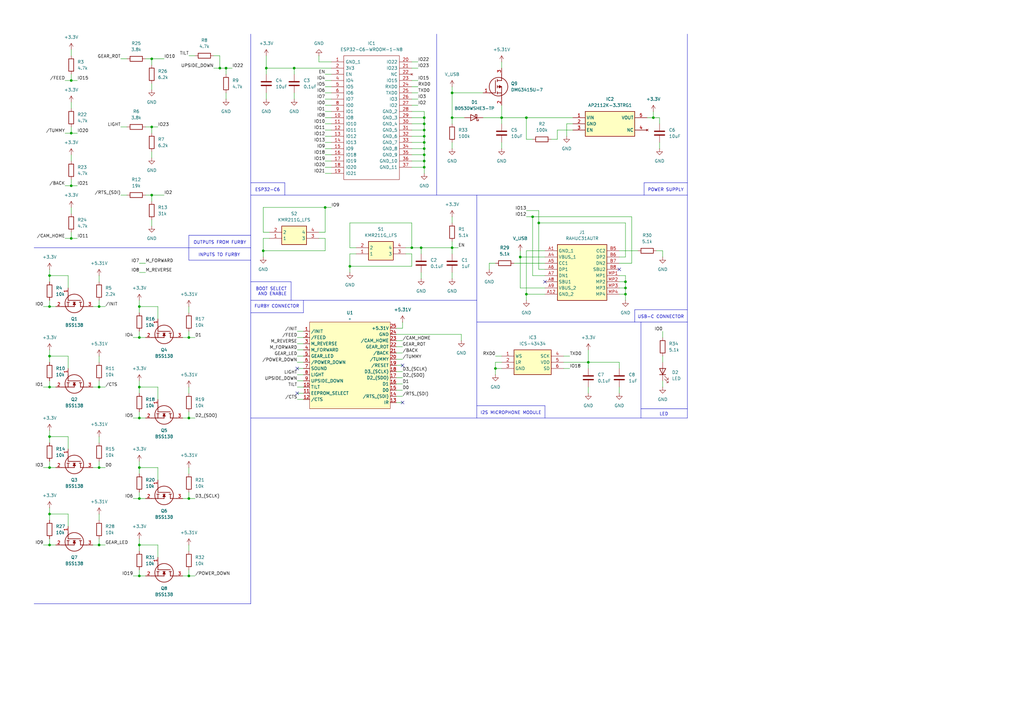
<source format=kicad_sch>
(kicad_sch (version 20250114) (generator "eeschema") (generator_version "9.0")
  (paper "A3")
  (text "I2S MICROPHONE MODULE" (at 209.55 169.418 0) (effects (font (size 1.27 1.27))))
  (text "FURBY CONNECTOR" (at 113.538 125.73 0) (effects (font (size 1.27 1.27))))
  (text "POWER SUPPLY" (at 273.05 77.978 0) (effects (font (size 1.27 1.27))))
  (text "LED" (at 272.288 169.926 0) (effects (font (size 1.27 1.27))))
  (text "INPUTS TO FURBY" (at 89.916 104.648 0) (effects (font (size 1.27 1.27))))
  (text "BOOT SELECT\n AND ENABLE" (at 111.252 119.634 0) (effects (font (size 1.27 1.27))))
  (text "ESP32-C6" (at 109.728 77.978 0) (effects (font (size 1.27 1.27))))
  (text "USB-C CONNECTOR" (at 271.018 130.048 0) (effects (font (size 1.27 1.27))))
  (text "OUTPUTS FROM FURBY" (at 90.17 99.568 0) (effects (font (size 1.27 1.27))))
  (junction (at 173.99 68.58))
  (junction (at 120.65 27.94))
  (junction (at 20.32 179.07))
  (junction (at 220.98 91.44))
  (junction (at 57.15 236.22))
  (junction (at 20.32 125.73))
  (junction (at 256.54 118.11))
  (junction (at 143.51 109.22))
  (junction (at 40.64 191.77))
  (junction (at 29.21 54.61))
  (junction (at 40.64 158.75))
  (junction (at 173.99 53.34))
  (junction (at 173.99 60.96))
  (junction (at 29.21 76.2))
  (junction (at 173.99 50.8))
  (junction (at 203.2 151.13))
  (junction (at 109.22 27.94))
  (junction (at 267.97 48.26))
  (junction (at 20.32 158.75))
  (junction (at 57.15 125.73))
  (junction (at 57.15 223.52))
  (junction (at 133.35 85.09))
  (junction (at 77.47 138.43))
  (junction (at 215.9 120.65))
  (junction (at 173.99 55.88))
  (junction (at 62.23 24.13))
  (junction (at 62.23 52.07))
  (junction (at 20.32 210.82))
  (junction (at 57.15 171.45))
  (junction (at 77.47 171.45))
  (junction (at 20.32 223.52))
  (junction (at 57.15 191.77))
  (junction (at 173.99 63.5))
  (junction (at 57.15 158.75))
  (junction (at 29.21 33.02))
  (junction (at 57.15 204.47))
  (junction (at 29.21 97.79))
  (junction (at 215.9 48.26))
  (junction (at 90.17 27.94))
  (junction (at 92.71 27.94))
  (junction (at 185.42 101.6))
  (junction (at 62.23 80.01))
  (junction (at 205.74 48.26))
  (junction (at 40.64 125.73))
  (junction (at 77.47 236.22))
  (junction (at 218.44 88.9))
  (junction (at 20.32 113.03))
  (junction (at 77.47 204.47))
  (junction (at 241.3 148.59))
  (junction (at 173.99 48.26))
  (junction (at 173.99 66.04))
  (junction (at 107.95 102.87))
  (junction (at 173.99 58.42))
  (junction (at 185.42 48.26))
  (junction (at 57.15 138.43))
  (junction (at 256.54 115.57))
  (junction (at 185.42 38.1))
  (junction (at 168.91 101.6))
  (junction (at 20.32 146.05))
  (junction (at 256.54 120.65))
  (junction (at 213.36 105.41))
  (junction (at 172.72 101.6))
  (junction (at 20.32 191.77))
  (junction (at 40.64 223.52))
  (no_connect (at 165.1 149.86))
  (no_connect (at 254 110.49))
  (no_connect (at 165.1 165.1))
  (no_connect (at 223.52 115.57))
  (no_connect (at 121.92 151.13))
  (no_connect (at 121.92 161.29))
  (wire (pts (xy 17.78 223.52) (xy 20.32 223.52)))
  (wire (pts (xy 40.64 113.03) (xy 40.64 115.57)))
  (wire (pts (xy 256.54 118.11) (xy 256.54 115.57)))
  (wire (pts (xy 133.35 85.09) (xy 133.35 95.25)))
  (wire (pts (xy 120.65 27.94) (xy 135.89 27.94)))
  (wire (pts (xy 17.78 158.75) (xy 20.32 158.75)))
  (wire (pts (xy 26.67 54.61) (xy 29.21 54.61)))
  (polyline (pts (xy 195.58 80.01) (xy 195.58 171.45)))
  (polyline (pts (xy 195.58 132.08) (xy 281.94 132.08)))
  (wire (pts (xy 168.91 68.58) (xy 173.99 68.58)))
  (wire (pts (xy 121.92 161.29) (xy 124.46 161.29)))
  (wire (pts (xy 57.15 156.21) (xy 57.15 158.75)))
  (wire (pts (xy 20.32 179.07) (xy 27.94 179.07)))
  (wire (pts (xy 133.35 48.26) (xy 135.89 48.26)))
  (wire (pts (xy 223.52 110.49) (xy 220.98 110.49)))
  (wire (pts (xy 189.23 137.16) (xy 189.23 139.7)))
  (wire (pts (xy 17.78 125.73) (xy 20.32 125.73)))
  (wire (pts (xy 57.15 168.91) (xy 57.15 171.45)))
  (wire (pts (xy 77.47 125.73) (xy 77.47 128.27)))
  (wire (pts (xy 57.15 123.19) (xy 57.15 125.73)))
  (wire (pts (xy 107.95 102.87) (xy 133.35 102.87)))
  (wire (pts (xy 203.2 151.13) (xy 203.2 153.67)))
  (wire (pts (xy 109.22 27.94) (xy 109.22 30.48)))
  (wire (pts (xy 57.15 125.73) (xy 57.15 128.27)))
  (wire (pts (xy 40.64 146.05) (xy 40.64 148.59)))
  (wire (pts (xy 168.91 43.18) (xy 171.45 43.18)))
  (wire (pts (xy 77.47 223.52) (xy 77.47 226.06)))
  (wire (pts (xy 168.91 33.02) (xy 171.45 33.02)))
  (wire (pts (xy 57.15 220.98) (xy 57.15 223.52)))
  (wire (pts (xy 74.93 138.43) (xy 77.47 138.43)))
  (wire (pts (xy 20.32 189.23) (xy 20.32 191.77)))
  (wire (pts (xy 241.3 148.59) (xy 254 148.59)))
  (wire (pts (xy 40.64 125.73) (xy 43.18 125.73)))
  (wire (pts (xy 90.17 27.94) (xy 92.71 27.94)))
  (wire (pts (xy 162.56 134.62) (xy 165.1 134.62)))
  (wire (pts (xy 57.15 223.52) (xy 57.15 226.06)))
  (wire (pts (xy 29.21 97.79) (xy 31.75 97.79)))
  (wire (pts (xy 223.52 102.87) (xy 215.9 102.87)))
  (wire (pts (xy 231.14 148.59) (xy 241.3 148.59)))
  (wire (pts (xy 109.22 27.94) (xy 109.22 22.86)))
  (wire (pts (xy 40.64 123.19) (xy 40.64 125.73)))
  (wire (pts (xy 77.47 201.93) (xy 77.47 204.47)))
  (wire (pts (xy 26.67 76.2) (xy 29.21 76.2)))
  (wire (pts (xy 241.3 148.59) (xy 241.3 143.51)))
  (wire (pts (xy 77.47 191.77) (xy 77.47 194.31)))
  (wire (pts (xy 168.91 53.34) (xy 173.99 53.34)))
  (wire (pts (xy 26.67 33.02) (xy 29.21 33.02)))
  (wire (pts (xy 172.72 111.76) (xy 172.72 114.3)))
  (wire (pts (xy 173.99 55.88) (xy 173.99 58.42)))
  (wire (pts (xy 54.61 138.43) (xy 57.15 138.43)))
  (wire (pts (xy 173.99 66.04) (xy 173.99 68.58)))
  (wire (pts (xy 77.47 233.68) (xy 77.47 236.22)))
  (polyline (pts (xy 77.47 96.52) (xy 102.87 96.52)))
  (wire (pts (xy 133.35 50.8) (xy 135.89 50.8)))
  (wire (pts (xy 271.78 102.87) (xy 271.78 105.41)))
  (wire (pts (xy 133.35 53.34) (xy 135.89 53.34)))
  (wire (pts (xy 271.78 146.05) (xy 271.78 148.59)))
  (wire (pts (xy 185.42 101.6) (xy 185.42 104.14)))
  (wire (pts (xy 40.64 191.77) (xy 43.18 191.77)))
  (wire (pts (xy 57.15 158.75) (xy 57.15 161.29)))
  (wire (pts (xy 234.95 50.8) (xy 232.41 50.8)))
  (wire (pts (xy 38.1 158.75) (xy 40.64 158.75)))
  (wire (pts (xy 40.64 220.98) (xy 40.64 223.52)))
  (wire (pts (xy 57.15 171.45) (xy 59.69 171.45)))
  (wire (pts (xy 40.64 210.82) (xy 40.64 213.36)))
  (wire (pts (xy 121.92 156.21) (xy 124.46 156.21)))
  (wire (pts (xy 234.95 53.34) (xy 228.6 53.34)))
  (wire (pts (xy 59.69 52.07) (xy 62.23 52.07)))
  (wire (pts (xy 143.51 104.14) (xy 146.05 104.14)))
  (polyline (pts (xy 102.87 74.93) (xy 116.84 74.93)))
  (wire (pts (xy 57.15 236.22) (xy 59.69 236.22)))
  (wire (pts (xy 173.99 68.58) (xy 173.99 71.12)))
  (wire (pts (xy 133.35 38.1) (xy 135.89 38.1)))
  (polyline (pts (xy 262.89 167.64) (xy 281.94 167.64)))
  (wire (pts (xy 254 158.75) (xy 254 161.29)))
  (wire (pts (xy 54.61 171.45) (xy 57.15 171.45)))
  (wire (pts (xy 205.74 58.42) (xy 205.74 60.96)))
  (wire (pts (xy 215.9 48.26) (xy 205.74 48.26)))
  (wire (pts (xy 107.95 97.79) (xy 110.49 97.79)))
  (wire (pts (xy 254 113.03) (xy 256.54 113.03)))
  (wire (pts (xy 62.23 52.07) (xy 64.77 52.07)))
  (wire (pts (xy 205.74 43.18) (xy 205.74 48.26)))
  (wire (pts (xy 27.94 113.03) (xy 27.94 118.11)))
  (wire (pts (xy 185.42 88.9) (xy 185.42 91.44)))
  (wire (pts (xy 241.3 158.75) (xy 241.3 161.29)))
  (wire (pts (xy 77.47 204.47) (xy 80.01 204.47)))
  (wire (pts (xy 20.32 110.49) (xy 20.32 113.03)))
  (wire (pts (xy 20.32 156.21) (xy 20.32 158.75)))
  (wire (pts (xy 231.14 151.13) (xy 233.68 151.13)))
  (wire (pts (xy 168.91 35.56) (xy 171.45 35.56)))
  (wire (pts (xy 168.91 27.94) (xy 171.45 27.94)))
  (wire (pts (xy 29.21 33.02) (xy 31.75 33.02)))
  (wire (pts (xy 20.32 158.75) (xy 22.86 158.75)))
  (wire (pts (xy 62.23 24.13) (xy 67.31 24.13)))
  (polyline (pts (xy 102.87 101.6) (xy 102.87 247.65)))
  (polyline (pts (xy 13.97 101.6) (xy 102.87 101.6)))
  (wire (pts (xy 57.15 204.47) (xy 59.69 204.47)))
  (wire (pts (xy 77.47 168.91) (xy 77.47 171.45)))
  (wire (pts (xy 172.72 101.6) (xy 172.72 104.14)))
  (wire (pts (xy 185.42 38.1) (xy 185.42 48.26)))
  (wire (pts (xy 173.99 63.5) (xy 173.99 66.04)))
  (wire (pts (xy 254 102.87) (xy 261.62 102.87)))
  (wire (pts (xy 20.32 123.19) (xy 20.32 125.73)))
  (wire (pts (xy 64.77 158.75) (xy 64.77 163.83)))
  (wire (pts (xy 200.66 107.95) (xy 200.66 110.49)))
  (wire (pts (xy 133.35 68.58) (xy 135.89 68.58)))
  (wire (pts (xy 109.22 27.94) (xy 120.65 27.94)))
  (wire (pts (xy 20.32 208.28) (xy 20.32 210.82)))
  (wire (pts (xy 64.77 125.73) (xy 64.77 130.81)))
  (wire (pts (xy 185.42 101.6) (xy 172.72 101.6)))
  (wire (pts (xy 26.67 97.79) (xy 29.21 97.79)))
  (polyline (pts (xy 223.52 166.37) (xy 223.52 171.45)))
  (wire (pts (xy 162.56 137.16) (xy 189.23 137.16)))
  (wire (pts (xy 29.21 76.2) (xy 31.75 76.2)))
  (polyline (pts (xy 264.16 74.93) (xy 281.94 74.93)))
  (wire (pts (xy 20.32 210.82) (xy 27.94 210.82)))
  (wire (pts (xy 215.9 48.26) (xy 234.95 48.26)))
  (wire (pts (xy 62.23 62.23) (xy 62.23 64.77)))
  (wire (pts (xy 57.15 223.52) (xy 64.77 223.52)))
  (wire (pts (xy 259.08 88.9) (xy 259.08 107.95)))
  (wire (pts (xy 205.74 48.26) (xy 205.74 50.8)))
  (polyline (pts (xy 260.35 127) (xy 281.94 127)))
  (wire (pts (xy 215.9 102.87) (xy 215.9 120.65)))
  (wire (pts (xy 162.56 157.48) (xy 165.1 157.48)))
  (wire (pts (xy 54.61 236.22) (xy 57.15 236.22)))
  (wire (pts (xy 130.81 25.4) (xy 130.81 22.86)))
  (wire (pts (xy 49.53 80.01) (xy 52.07 80.01)))
  (wire (pts (xy 74.93 236.22) (xy 77.47 236.22)))
  (wire (pts (xy 49.53 52.07) (xy 52.07 52.07)))
  (polyline (pts (xy 195.58 166.37) (xy 223.52 166.37)))
  (wire (pts (xy 133.35 66.04) (xy 135.89 66.04)))
  (wire (pts (xy 213.36 118.11) (xy 213.36 105.41)))
  (wire (pts (xy 59.69 107.95) (xy 57.15 107.95)))
  (wire (pts (xy 57.15 135.89) (xy 57.15 138.43)))
  (wire (pts (xy 121.92 153.67) (xy 124.46 153.67)))
  (wire (pts (xy 220.98 110.49) (xy 220.98 91.44)))
  (wire (pts (xy 133.35 71.12) (xy 135.89 71.12)))
  (polyline (pts (xy 119.38 115.57) (xy 119.38 123.19)))
  (wire (pts (xy 267.97 48.26) (xy 270.51 48.26)))
  (wire (pts (xy 109.22 38.1) (xy 109.22 40.64)))
  (wire (pts (xy 220.98 91.44) (xy 256.54 91.44)))
  (wire (pts (xy 205.74 148.59) (xy 203.2 148.59)))
  (wire (pts (xy 54.61 204.47) (xy 57.15 204.47)))
  (wire (pts (xy 256.54 91.44) (xy 256.54 105.41)))
  (wire (pts (xy 267.97 48.26) (xy 267.97 45.72)))
  (wire (pts (xy 87.63 27.94) (xy 90.17 27.94)))
  (wire (pts (xy 173.99 48.26) (xy 173.99 50.8)))
  (wire (pts (xy 77.47 22.86) (xy 80.01 22.86)))
  (wire (pts (xy 168.91 25.4) (xy 171.45 25.4)))
  (wire (pts (xy 29.21 85.09) (xy 29.21 87.63)))
  (wire (pts (xy 20.32 223.52) (xy 22.86 223.52)))
  (wire (pts (xy 143.51 91.44) (xy 168.91 91.44)))
  (wire (pts (xy 38.1 223.52) (xy 40.64 223.52)))
  (polyline (pts (xy 77.47 96.52) (xy 77.47 106.68)))
  (wire (pts (xy 231.14 146.05) (xy 233.68 146.05)))
  (wire (pts (xy 162.56 165.1) (xy 165.1 165.1)))
  (wire (pts (xy 40.64 189.23) (xy 40.64 191.77)))
  (wire (pts (xy 90.17 22.86) (xy 90.17 27.94)))
  (wire (pts (xy 59.69 111.76) (xy 57.15 111.76)))
  (wire (pts (xy 215.9 57.15) (xy 218.44 57.15)))
  (wire (pts (xy 256.54 120.65) (xy 256.54 123.19)))
  (wire (pts (xy 143.51 109.22) (xy 143.51 111.76)))
  (wire (pts (xy 168.91 45.72) (xy 173.99 45.72)))
  (polyline (pts (xy 262.89 132.08) (xy 262.89 171.45)))
  (wire (pts (xy 121.92 135.89) (xy 124.46 135.89)))
  (wire (pts (xy 254 120.65) (xy 256.54 120.65)))
  (wire (pts (xy 121.92 143.51) (xy 124.46 143.51)))
  (wire (pts (xy 40.64 158.75) (xy 43.18 158.75)))
  (wire (pts (xy 27.94 179.07) (xy 27.94 184.15)))
  (wire (pts (xy 121.92 140.97) (xy 124.46 140.97)))
  (wire (pts (xy 173.99 53.34) (xy 173.99 55.88)))
  (wire (pts (xy 133.35 85.09) (xy 135.89 85.09)))
  (wire (pts (xy 133.35 60.96) (xy 135.89 60.96)))
  (wire (pts (xy 62.23 52.07) (xy 62.23 54.61)))
  (polyline (pts (xy 102.87 80.01) (xy 281.94 80.01)))
  (wire (pts (xy 270.51 58.42) (xy 270.51 60.96)))
  (wire (pts (xy 259.08 107.95) (xy 254 107.95)))
  (wire (pts (xy 59.69 80.01) (xy 62.23 80.01)))
  (wire (pts (xy 168.91 48.26) (xy 173.99 48.26)))
  (wire (pts (xy 77.47 171.45) (xy 80.01 171.45)))
  (polyline (pts (xy 102.87 115.57) (xy 119.38 115.57)))
  (wire (pts (xy 107.95 102.87) (xy 107.95 97.79)))
  (wire (pts (xy 40.64 179.07) (xy 40.64 181.61)))
  (wire (pts (xy 121.92 138.43) (xy 124.46 138.43)))
  (wire (pts (xy 271.78 135.89) (xy 271.78 138.43)))
  (wire (pts (xy 62.23 34.29) (xy 62.23 36.83)))
  (wire (pts (xy 168.91 63.5) (xy 173.99 63.5)))
  (wire (pts (xy 121.92 151.13) (xy 124.46 151.13)))
  (wire (pts (xy 254 118.11) (xy 256.54 118.11)))
  (wire (pts (xy 143.51 91.44) (xy 143.51 101.6)))
  (polyline (pts (xy 13.97 247.65) (xy 102.87 247.65)))
  (wire (pts (xy 256.54 105.41) (xy 254 105.41)))
  (wire (pts (xy 20.32 220.98) (xy 20.32 223.52)))
  (wire (pts (xy 168.91 104.14) (xy 166.37 104.14)))
  (wire (pts (xy 29.21 52.07) (xy 29.21 54.61)))
  (wire (pts (xy 215.9 120.65) (xy 223.52 120.65)))
  (wire (pts (xy 168.91 101.6) (xy 166.37 101.6)))
  (wire (pts (xy 143.51 109.22) (xy 143.51 104.14)))
  (wire (pts (xy 20.32 113.03) (xy 27.94 113.03)))
  (wire (pts (xy 20.32 113.03) (xy 20.32 115.57)))
  (wire (pts (xy 92.71 27.94) (xy 95.25 27.94)))
  (wire (pts (xy 162.56 139.7) (xy 165.1 139.7)))
  (wire (pts (xy 203.2 146.05) (xy 205.74 146.05)))
  (wire (pts (xy 226.06 57.15) (xy 228.6 57.15)))
  (polyline (pts (xy 116.84 74.93) (xy 116.84 80.01)))
  (wire (pts (xy 57.15 191.77) (xy 64.77 191.77)))
  (wire (pts (xy 92.71 27.94) (xy 92.71 30.48)))
  (wire (pts (xy 254 151.13) (xy 254 148.59)))
  (wire (pts (xy 173.99 45.72) (xy 173.99 48.26)))
  (wire (pts (xy 20.32 125.73) (xy 22.86 125.73)))
  (wire (pts (xy 133.35 35.56) (xy 135.89 35.56)))
  (wire (pts (xy 17.78 191.77) (xy 20.32 191.77)))
  (wire (pts (xy 187.96 101.6) (xy 185.42 101.6)))
  (wire (pts (xy 162.56 162.56) (xy 165.1 162.56)))
  (wire (pts (xy 133.35 55.88) (xy 135.89 55.88)))
  (polyline (pts (xy 179.07 13.97) (xy 179.07 80.01)))
  (wire (pts (xy 27.94 146.05) (xy 27.94 151.13)))
  (wire (pts (xy 107.95 102.87) (xy 107.95 105.41)))
  (wire (pts (xy 256.54 115.57) (xy 254 115.57)))
  (wire (pts (xy 133.35 40.64) (xy 135.89 40.64)))
  (wire (pts (xy 168.91 109.22) (xy 168.91 104.14)))
  (polyline (pts (xy 102.87 123.19) (xy 195.58 123.19)))
  (wire (pts (xy 133.35 97.79) (xy 130.81 97.79)))
  (wire (pts (xy 20.32 146.05) (xy 20.32 148.59)))
  (wire (pts (xy 29.21 63.5) (xy 29.21 66.04)))
  (wire (pts (xy 223.52 118.11) (xy 213.36 118.11)))
  (wire (pts (xy 133.35 63.5) (xy 135.89 63.5)))
  (wire (pts (xy 29.21 54.61) (xy 31.75 54.61)))
  (wire (pts (xy 198.12 48.26) (xy 205.74 48.26)))
  (wire (pts (xy 185.42 111.76) (xy 185.42 114.3)))
  (wire (pts (xy 173.99 50.8) (xy 173.99 53.34)))
  (polyline (pts (xy 260.35 127) (xy 260.35 132.08)))
  (wire (pts (xy 20.32 143.51) (xy 20.32 146.05)))
  (wire (pts (xy 40.64 223.52) (xy 43.18 223.52)))
  (wire (pts (xy 121.92 163.83) (xy 124.46 163.83)))
  (wire (pts (xy 162.56 149.86) (xy 165.1 149.86)))
  (wire (pts (xy 162.56 152.4) (xy 165.1 152.4)))
  (wire (pts (xy 133.35 58.42) (xy 135.89 58.42)))
  (wire (pts (xy 92.71 38.1) (xy 92.71 40.64)))
  (wire (pts (xy 87.63 22.86) (xy 90.17 22.86)))
  (wire (pts (xy 107.95 85.09) (xy 107.95 95.25)))
  (wire (pts (xy 210.82 107.95) (xy 223.52 107.95)))
  (wire (pts (xy 62.23 80.01) (xy 62.23 82.55)))
  (wire (pts (xy 121.92 148.59) (xy 124.46 148.59)))
  (wire (pts (xy 133.35 30.48) (xy 135.89 30.48)))
  (wire (pts (xy 29.21 95.25) (xy 29.21 97.79)))
  (wire (pts (xy 168.91 55.88) (xy 173.99 55.88)))
  (wire (pts (xy 265.43 48.26) (xy 267.97 48.26)))
  (wire (pts (xy 241.3 148.59) (xy 241.3 151.13)))
  (wire (pts (xy 20.32 191.77) (xy 22.86 191.77)))
  (wire (pts (xy 215.9 120.65) (xy 215.9 123.19)))
  (wire (pts (xy 256.54 113.03) (xy 256.54 115.57)))
  (wire (pts (xy 173.99 60.96) (xy 173.99 63.5)))
  (wire (pts (xy 168.91 91.44) (xy 168.91 101.6)))
  (wire (pts (xy 185.42 48.26) (xy 190.5 48.26)))
  (wire (pts (xy 62.23 90.17) (xy 62.23 92.71)))
  (wire (pts (xy 121.92 158.75) (xy 124.46 158.75)))
  (wire (pts (xy 40.64 156.21) (xy 40.64 158.75)))
  (wire (pts (xy 185.42 58.42) (xy 185.42 60.96)))
  (wire (pts (xy 57.15 233.68) (xy 57.15 236.22)))
  (wire (pts (xy 218.44 113.03) (xy 218.44 88.9)))
  (wire (pts (xy 20.32 210.82) (xy 20.32 213.36)))
  (wire (pts (xy 185.42 101.6) (xy 185.42 99.06)))
  (wire (pts (xy 215.9 88.9) (xy 218.44 88.9)))
  (wire (pts (xy 205.74 25.4) (xy 205.74 27.94)))
  (wire (pts (xy 143.51 109.22) (xy 168.91 109.22)))
  (wire (pts (xy 168.91 40.64) (xy 171.45 40.64)))
  (wire (pts (xy 223.52 113.03) (xy 218.44 113.03)))
  (wire (pts (xy 27.94 210.82) (xy 27.94 215.9)))
  (polyline (pts (xy 102.87 171.45) (xy 281.94 171.45)))
  (wire (pts (xy 143.51 101.6) (xy 146.05 101.6)))
  (wire (pts (xy 168.91 58.42) (xy 173.99 58.42)))
  (wire (pts (xy 185.42 48.26) (xy 185.42 50.8)))
  (wire (pts (xy 162.56 147.32) (xy 165.1 147.32)))
  (wire (pts (xy 133.35 102.87) (xy 133.35 97.79)))
  (wire (pts (xy 218.44 88.9) (xy 259.08 88.9)))
  (wire (pts (xy 228.6 53.34) (xy 228.6 57.15)))
  (wire (pts (xy 130.81 25.4) (xy 135.89 25.4)))
  (wire (pts (xy 198.12 38.1) (xy 185.42 38.1)))
  (wire (pts (xy 162.56 142.24) (xy 165.1 142.24)))
  (wire (pts (xy 29.21 20.32) (xy 29.21 22.86)))
  (polyline (pts (xy 102.87 13.97) (xy 102.87 101.6)))
  (wire (pts (xy 270.51 48.26) (xy 270.51 50.8)))
  (wire (pts (xy 165.1 134.62) (xy 165.1 132.08)))
  (wire (pts (xy 38.1 125.73) (xy 40.64 125.73)))
  (wire (pts (xy 133.35 45.72) (xy 135.89 45.72)))
  (wire (pts (xy 49.53 24.13) (xy 52.07 24.13)))
  (wire (pts (xy 120.65 27.94) (xy 120.65 30.48)))
  (wire (pts (xy 57.15 189.23) (xy 57.15 191.77)))
  (wire (pts (xy 269.24 102.87) (xy 271.78 102.87)))
  (wire (pts (xy 120.65 38.1) (xy 120.65 40.64)))
  (wire (pts (xy 203.2 107.95) (xy 200.66 107.95)))
  (wire (pts (xy 20.32 146.05) (xy 27.94 146.05)))
  (wire (pts (xy 213.36 105.41) (xy 223.52 105.41)))
  (wire (pts (xy 77.47 135.89) (xy 77.47 138.43)))
  (wire (pts (xy 168.91 66.04) (xy 173.99 66.04)))
  (wire (pts (xy 215.9 48.26) (xy 215.9 57.15)))
  (wire (pts (xy 77.47 138.43) (xy 80.01 138.43)))
  (polyline (pts (xy 264.16 74.93) (xy 264.16 80.01)))
  (wire (pts (xy 77.47 236.22) (xy 80.01 236.22)))
  (wire (pts (xy 203.2 148.59) (xy 203.2 151.13)))
  (polyline (pts (xy 281.94 13.97) (xy 281.94 171.45)))
  (wire (pts (xy 29.21 30.48) (xy 29.21 33.02)))
  (wire (pts (xy 20.32 176.53) (xy 20.32 179.07)))
  (polyline (pts (xy 77.47 106.68) (xy 102.87 106.68)))
  (wire (pts (xy 215.9 86.36) (xy 220.98 86.36)))
  (wire (pts (xy 38.1 191.77) (xy 40.64 191.77)))
  (wire (pts (xy 64.77 223.52) (xy 64.77 228.6)))
  (wire (pts (xy 57.15 158.75) (xy 64.77 158.75)))
  (wire (pts (xy 168.91 38.1) (xy 171.45 38.1)))
  (wire (pts (xy 256.54 120.65) (xy 256.54 118.11)))
  (wire (pts (xy 162.56 160.02) (xy 165.1 160.02)))
  (polyline (pts (xy 102.87 128.27) (xy 124.46 128.27)))
  (wire (pts (xy 271.78 156.21) (xy 271.78 158.75)))
  (wire (pts (xy 20.32 179.07) (xy 20.32 181.61)))
  (wire (pts (xy 168.91 101.6) (xy 172.72 101.6)))
  (wire (pts (xy 107.95 95.25) (xy 110.49 95.25)))
  (wire (pts (xy 133.35 43.18) (xy 135.89 43.18)))
  (wire (pts (xy 74.93 204.47) (xy 77.47 204.47)))
  (wire (pts (xy 121.92 146.05) (xy 124.46 146.05)))
  (wire (pts (xy 133.35 33.02) (xy 135.89 33.02)))
  (wire (pts (xy 168.91 50.8) (xy 173.99 50.8)))
  (wire (pts (xy 59.69 24.13) (xy 62.23 24.13)))
  (wire (pts (xy 232.41 50.8) (xy 232.41 55.88)))
  (wire (pts (xy 133.35 95.25) (xy 130.81 95.25)))
  (wire (pts (xy 62.23 80.01) (xy 67.31 80.01)))
  (wire (pts (xy 205.74 151.13) (xy 203.2 151.13)))
  (wire (pts (xy 57.15 125.73) (xy 64.77 125.73)))
  (wire (pts (xy 173.99 58.42) (xy 173.99 60.96)))
  (polyline (pts (xy 124.46 123.19) (xy 124.46 128.27)))
  (wire (pts (xy 57.15 201.93) (xy 57.15 204.47)))
  (wire (pts (xy 162.56 154.94) (xy 165.1 154.94)))
  (wire (pts (xy 162.56 144.78) (xy 165.1 144.78)))
  (wire (pts (xy 74.93 171.45) (xy 77.47 171.45)))
  (wire (pts (xy 168.91 60.96) (xy 173.99 60.96)))
  (wire (pts (xy 213.36 102.87) (xy 213.36 105.41)))
  (wire (pts (xy 77.47 158.75) (xy 77.47 161.29)))
  (wire (pts (xy 220.98 86.36) (xy 220.98 91.44)))
  (wire (pts (xy 64.77 191.77) (xy 64.77 196.85)))
  (wire (pts (xy 29.21 73.66) (xy 29.21 76.2)))
  (wire (pts (xy 107.95 85.09) (xy 133.35 85.09)))
  (wire (pts (xy 57.15 138.43) (xy 59.69 138.43)))
  (wire (pts (xy 57.15 191.77) (xy 57.15 194.31)))
  (wire (pts (xy 62.23 24.13) (xy 62.23 26.67)))
  (wire (pts (xy 185.42 35.56) (xy 185.42 38.1)))
  (wire (pts (xy 29.21 41.91) (xy 29.21 44.45)))
  (label "IO7" (at 57.15 107.95 180))
  (label "RXD0" (at 203.2 146.05 180))
  (label "IO21" (at 31.75 76.2 0))
  (label "IO3" (at 171.45 40.64 0))
  (label "IO11" (at 31.75 97.79 0))
  (label "{slash}INIT" (at 121.92 135.89 180))
  (label "IO23" (at 64.77 52.07 0))
  (label "TXD0" (at 171.45 38.1 0))
  (label "GEAR_LED" (at 43.18 223.52 0))
  (label "D2_(SDO)" (at 80.01 171.45 0))
  (label "{slash}BACK" (at 165.1 144.78 0))
  (label "UPSIDE_DOWN" (at 87.63 27.94 180))
  (label "{slash}POWER_DOWN" (at 80.01 236.22 0))
  (label "D0" (at 165.1 160.02 0))
  (label "IO4" (at 54.61 138.43 180))
  (label "{slash}CAM_HOME" (at 26.67 97.79 180))
  (label "D0" (at 43.18 191.77 0))
  (label "GEAR_LED" (at 121.92 146.05 180))
  (label "D3_(SCLK)" (at 80.01 204.47 0))
  (label "{slash}CTS" (at 43.18 158.75 0))
  (label "LIGHT" (at 49.53 52.07 180))
  (label "M_REVERSE" (at 59.69 111.76 0))
  (label "IO19" (at 133.35 66.04 180))
  (label "IO6" (at 54.61 204.47 180))
  (label "IO13" (at 215.9 86.36 180))
  (label "IO19" (at 54.61 236.22 180))
  (label "D2_(SDO)" (at 165.1 154.94 0))
  (label "{slash}RTS_(SDI)" (at 165.1 162.56 0))
  (label "{slash}FEED" (at 26.67 33.02 180))
  (label "IO0" (at 271.78 135.89 180))
  (label "IO10" (at 67.31 24.13 0))
  (label "IO8" (at 57.15 111.76 180))
  (label "IO5" (at 54.61 171.45 180))
  (label "IO3" (at 17.78 191.77 180))
  (label "{slash}CAM_HOME" (at 165.1 139.7 0))
  (label "IO20" (at 133.35 68.58 180))
  (label "IO0" (at 133.35 43.18 180))
  (label "IO20" (at 31.75 54.61 0))
  (label "M_FORWARD" (at 121.92 143.51 180))
  (label "IO2" (at 171.45 43.18 0))
  (label "IO1" (at 133.35 45.72 180))
  (label "M_REVERSE" (at 121.92 140.97 180))
  (label "IO0" (at 17.78 125.73 180))
  (label "GEAR_ROT" (at 165.1 142.24 0))
  (label "UPSIDE_DOWN" (at 121.92 156.21 180))
  (label "{slash}INIT" (at 43.18 125.73 0))
  (label "D1" (at 80.01 138.43 0))
  (label "IO4" (at 133.35 33.02 180))
  (label "TILT" (at 121.92 158.75 180))
  (label "{slash}BACK" (at 26.67 76.2 180))
  (label "IO1" (at 17.78 158.75 180))
  (label "IO18" (at 233.68 151.13 0))
  (label "{slash}FEED" (at 121.92 138.43 180))
  (label "{slash}TUMMY" (at 26.67 54.61 180))
  (label "EN" (at 187.96 101.6 0))
  (label "M_FORWARD" (at 59.69 107.95 0))
  (label "IO15" (at 31.75 33.02 0))
  (label "GEAR_ROT" (at 49.53 24.13 180))
  (label "RXD0" (at 171.45 35.56 0))
  (label "IO8" (at 133.35 48.26 180))
  (label "TXD0" (at 233.68 146.05 0))
  (label "{slash}TUMMY" (at 165.1 147.32 0))
  (label "D3_(SCLK)" (at 165.1 152.4 0))
  (label "IO6" (at 133.35 38.1 180))
  (label "IO10" (at 133.35 50.8 180))
  (label "IO22" (at 95.25 27.94 0))
  (label "IO11" (at 133.35 53.34 180))
  (label "IO12" (at 215.9 88.9 180))
  (label "D1" (at 165.1 157.48 0))
  (label "IO2" (at 67.31 80.01 0))
  (label "IO9" (at 133.35 60.96 180))
  (label "IO13" (at 133.35 58.42 180))
  (label "IO7" (at 133.35 40.64 180))
  (label "IO23" (at 171.45 27.94 0))
  (label "IO9" (at 135.89 85.09 0))
  (label "TILT" (at 77.47 22.86 180))
  (label "IO18" (at 133.35 63.5 180))
  (label "{slash}RTS_(SDI)" (at 49.53 80.01 180))
  (label "IO21" (at 133.35 71.12 180))
  (label "EN" (at 133.35 30.48 180))
  (label "{slash}POWER_DOWN" (at 121.92 148.59 180))
  (label "LIGHT" (at 121.92 153.67 180))
  (label "IO9" (at 17.78 223.52 180))
  (label "IO12" (at 133.35 55.88 180))
  (label "IO15" (at 171.45 33.02 0))
  (label "IO22" (at 171.45 25.4 0))
  (label "{slash}CTS" (at 121.92 163.83 180))
  (label "IO5" (at 133.35 35.56 180))
  (symbol (lib_id "Device:R") (at 207.01 107.95 90) (unit 1)
    (property "Reference" "R29" (at 207.01 101.6 90))
    (property "Value" "5.1k" (at 207.01 104.14 90))
    (property "Footprint" "Resistor_SMD:R_0603_1608Metric" (effects (hide yes)))
    (property "Description" "Resistor" (effects (hide yes)))
  )
  (symbol (lib_id "Device:C") (at 172.72 107.95 0) (unit 1)
    (property "Reference" "C2" (at 176.53 106.6799 0) (effects (justify left)))
    (property "Value" "0.1uF" (at 176.53 109.2199 0) (effects (justify left)))
    (property "Footprint" "Capacitor_SMD:C_0402_1005Metric" (effects (hide yes)))
    (property "Description" "Unpolarized capacitor" (effects (hide yes)))
  )
  (symbol (lib_id "power:+3.3V") (at 20.32 176.53 0) (unit 1)
    (property "Reference" "#PWR025" (effects (hide yes)))
    (property "Value" "+3.3V" (at 20.32 171.45 0))
    (property "Description" "Power symbol creates a global label with name \"+3.3V\"" (effects (hide yes)))
  )
  (symbol (lib_id "power:GND") (at 200.66 110.49 0) (unit 1)
    (property "Reference" "#PWR042" (effects (hide yes)))
    (property "Value" "GND" (at 200.66 115.57 0))
    (property "Description" "Power symbol creates a global label with name \"GND\" , ground" (effects (hide yes)))
  )
  (symbol (lib_id "power:+3.3V") (at 57.15 220.98 0) (unit 1)
    (property "Reference" "#PWR045" (effects (hide yes)))
    (property "Value" "+3.3V" (at 57.15 215.9 0))
    (property "Description" "Power symbol creates a global label with name \"+3.3V\"" (effects (hide yes)))
  )
  (symbol (lib_id "power:GND") (at 185.42 60.96 0) (unit 1)
    (property "Reference" "#PWR052" (effects (hide yes)))
    (property "Value" "GND" (at 185.42 66.04 0))
    (property "Description" "Power symbol creates a global label with name \"GND\" , ground" (effects (hide yes)))
  )
  (symbol (lib_id "Device:R") (at 62.23 30.48 180) (unit 1)
    (property "Reference" "R26" (at 64.77 29.2099 0) (effects (justify right)))
    (property "Value" "6.2k" (at 64.77 31.7499 0) (effects (justify right)))
    (property "Footprint" "Resistor_SMD:R_0603_1608Metric" (effects (hide yes)))
    (property "Description" "Resistor" (effects (hide yes)))
  )
  (symbol (lib_id "power:+3.3V") (at 20.32 208.28 0) (unit 1)
    (property "Reference" "#PWR037" (effects (hide yes)))
    (property "Value" "+3.3V" (at 20.32 203.2 0))
    (property "Description" "Power symbol creates a global label with name \"+3.3V\"" (effects (hide yes)))
  )
  (symbol (lib_id "Device:R") (at 57.15 132.08 0) (unit 1)
    (property "Reference" "R16" (at 59.69 130.8099 0) (effects (justify left)))
    (property "Value" "10k" (at 59.69 133.3499 0) (effects (justify left)))
    (property "Footprint" "Resistor_SMD:R_0603_1608Metric" (effects (hide yes)))
    (property "Description" "Resistor" (effects (hide yes)))
  )
  (symbol (lib_id "power:GND") (at 62.23 36.83 0) (unit 1)
    (property "Reference" "#PWR036" (effects (hide yes)))
    (property "Value" "GND" (at 62.23 41.91 0))
    (property "Description" "Power symbol creates a global label with name \"GND\" , ground" (effects (hide yes)))
  )
  (symbol (lib_id "power:GND") (at 271.78 158.75 0) (unit 1)
    (property "Reference" "#PWR053" (effects (hide yes)))
    (property "Value" "GND" (at 271.78 163.83 0))
    (property "Description" "Power symbol creates a global label with name \"GND\" , ground" (effects (hide yes)))
  )
  (symbol (lib_id "power:+5V") (at 40.64 179.07 0) (unit 1)
    (property "Reference" "#PWR026" (effects (hide yes)))
    (property "Value" "+5.31V" (at 40.64 173.99 0))
    (property "Description" "Power symbol creates a global label with name \"+5V\"" (effects (hide yes)))
  )
  (symbol (lib_id "TheSPIRITBoard:BSS138") (at 64.77 228.6 270) (unit 1)
    (property "Reference" "Q8" (at 67.31 241.3 90))
    (property "Value" "BSS138" (at 67.31 243.84 90))
    (property "Footprint" "TheSPIRITBoard:SOT95P240X120-3N" (effects (hide yes)))
    (property "Datasheet" "https://www.onsemi.com/pub/Collateral/BSS138-D.PDF" (effects (hide yes)))
    (property "Description" "Compact industry standard SOT-23 surface mount package.; 0.22 A, 50 V. RDS(ON) = 3.5  @ VGS = 10 V. RDS(ON) = 6.0  @ VGS = 4.5 V; Rugged and Reliable.; High density cell design for extremely low RDS(ON)." (effects (hide yes)))
    (property "Height" "1.2" (effects (hide yes)))
    (property "Mouser Part Number" "512-BSS138" (effects (hide yes)))
    (property "Mouser Price/Stock" "https://www.mouser.co.uk/ProductDetail/onsemi-Fairchild/BSS138?qs=HK%252BeIG1iaahCeqBvjB4arg%3D%3D" (effects (hide yes)))
    (property "Manufacturer_Name" "onsemi" (effects (hide yes)))
    (property "Manufacturer_Part_Number" "BSS138" (effects (hide yes)))
  )
  (symbol (lib_id "power:+3.3V") (at 267.97 45.72 0) (unit 1)
    (property "Reference" "#PWR012" (effects (hide yes)))
    (property "Value" "+3.3V" (at 267.97 40.64 0))
    (property "Description" "Power symbol creates a global label with name \"+3.3V\"" (effects (hide yes)))
  )
  (symbol (lib_id "Device:R") (at 77.47 165.1 0) (unit 1)
    (property "Reference" "R19" (at 80.01 163.8299 0) (effects (justify left)))
    (property "Value" "10k" (at 80.01 166.3699 0) (effects (justify left)))
    (property "Footprint" "Resistor_SMD:R_0603_1608Metric" (effects (hide yes)))
    (property "Description" "Resistor" (effects (hide yes)))
  )
  (symbol (lib_id "Device:R") (at 62.23 58.42 180) (unit 1)
    (property "Reference" "R7" (at 64.77 57.1499 0) (effects (justify right)))
    (property "Value" "6.2k" (at 64.77 59.6899 0) (effects (justify right)))
    (property "Footprint" "Resistor_SMD:R_0603_1608Metric" (effects (hide yes)))
    (property "Description" "Resistor" (effects (hide yes)))
  )
  (symbol (lib_id "Device:R") (at 185.42 95.25 0) (unit 1)
    (property "Reference" "R1" (at 187.96 93.9799 0) (effects (justify left)))
    (property "Value" "5.1k" (at 187.96 96.5199 0) (effects (justify left)))
    (property "Footprint" "Resistor_SMD:R_0603_1608Metric" (effects (hide yes)))
    (property "Description" "Resistor" (effects (hide yes)))
  )
  (symbol (lib_id "power:GND") (at 203.2 153.67 0) (unit 1)
    (property "Reference" "#PWR048" (effects (hide yes)))
    (property "Value" "GND" (at 203.2 158.75 0))
    (property "Description" "Power symbol creates a global label with name \"GND\" , ground" (effects (hide yes)))
  )
  (symbol (lib_id "Device:LED") (at 271.78 152.4 90) (unit 1)
    (property "Reference" "D2" (at 275.59 152.7174 90) (effects (justify right)))
    (property "Value" "LED" (at 275.59 155.2574 90) (effects (justify right)))
    (property "Footprint" "LED_SMD:LED_0603_1608Metric" (effects (hide yes)))
    (property "Description" "Light emitting diode" (effects (hide yes)))
    (property "Sim.Pins" "1=K 2=A" (effects (hide yes)))
  )
  (symbol (lib_id "Device:D_Schottky") (at 194.31 48.26 180) (unit 1)
    (property "Reference" "D1" (at 194.6275 41.91 0))
    (property "Value" "B0530WSHE3-TP" (at 194.6275 44.45 0))
    (property "Footprint" "Diode_SMD:D_SOD-323" (effects (hide yes)))
    (property "Description" "Schottky diode" (effects (hide yes)))
  )
  (symbol (lib_id "power:GND") (at 172.72 114.3 0) (unit 1)
    (property "Reference" "#PWR06" (effects (hide yes)))
    (property "Value" "GND" (at 172.72 119.38 0))
    (property "Description" "Power symbol creates a global label with name \"GND\" , ground" (effects (hide yes)))
  )
  (symbol (lib_id "Device:R") (at 55.88 24.13 90) (unit 1)
    (property "Reference" "R25" (at 55.88 17.78 90))
    (property "Value" "3.8k" (at 55.88 20.32 90))
    (property "Footprint" "Resistor_SMD:R_0603_1608Metric" (effects (hide yes)))
    (property "Description" "Resistor" (effects (hide yes)))
  )
  (symbol (lib_id "power:+5V") (at 77.47 191.77 0) (unit 1)
    (property "Reference" "#PWR032" (effects (hide yes)))
    (property "Value" "+5.31V" (at 77.47 186.69 0))
    (property "Description" "Power symbol creates a global label with name \"+5V\"" (effects (hide yes)))
  )
  (symbol (lib_id "power:GND") (at 109.22 40.64 0) (unit 1)
    (property "Reference" "#PWR07" (effects (hide yes)))
    (property "Value" "GND" (at 109.22 45.72 0))
    (property "Description" "Power symbol creates a global label with name \"GND\" , ground" (effects (hide yes)))
  )
  (symbol (lib_id "power:GND") (at 62.23 64.77 0) (unit 1)
    (property "Reference" "#PWR020" (effects (hide yes)))
    (property "Value" "GND" (at 62.23 69.85 0))
    (property "Description" "Power symbol creates a global label with name \"GND\" , ground" (effects (hide yes)))
  )
  (symbol (lib_id "power:+3.3V") (at 185.42 35.56 0) (unit 1)
    (property "Reference" "#PWR051" (effects (hide yes)))
    (property "Value" "V_USB" (at 185.42 30.48 0))
    (property "Description" "Power symbol creates a global label with name \"+3.3V\"" (effects (hide yes)))
  )
  (symbol (lib_id "power:+5V") (at 77.47 223.52 0) (unit 1)
    (property "Reference" "#PWR046" (effects (hide yes)))
    (property "Value" "+5.31V" (at 77.47 218.44 0))
    (property "Description" "Power symbol creates a global label with name \"+5V\"" (effects (hide yes)))
  )
  (symbol (lib_id "Device:R") (at 271.78 142.24 0) (unit 1)
    (property "Reference" "R34" (at 274.32 140.9699 0) (effects (justify left)))
    (property "Value" "5.1k" (at 274.32 143.5099 0) (effects (justify left)))
    (property "Footprint" "Resistor_SMD:R_0603_1608Metric" (effects (hide yes)))
    (property "Description" "Resistor" (effects (hide yes)))
  )
  (symbol (lib_id "TheSPIRITBoard:DMG3415U-7") (at 198.12 38.1 0) (unit 1)
    (property "Reference" "Q9" (at 209.55 34.2899 0) (effects (justify left)))
    (property "Value" "DMG3415U-7" (at 209.55 36.8299 0) (effects (justify left)))
    (property "Footprint" "TheSPIRITBoard:SOT96P240X110-3N" (effects (hide yes)))
    (property "Datasheet" "https://www.diodes.com//assets/Datasheets/products_inactive_data/ds31735.pdf" (effects (hide yes)))
    (property "Description" "Low On-Resistance  Low Input Capacitance  Fast Switching Speed  Low Input/Output Leakage  ESD Protected Up To 3kV  Totally Lead-Free & Fully RoHS Compliant (Notes 1 & 2)  Halogen and Antimony Free. Green Device (Note 3)  Qualified to AEC-Q101 Standards for High Reliability  PPAP Capable (Note 4)" (effects (hide yes)))
    (property "Height" "1.1" (effects (hide yes)))
    (property "Mouser Part Number" "621-DMG3415U-7" (effects (hide yes)))
    (property "Mouser Price/Stock" "https://www.mouser.co.uk/ProductDetail/Diodes-Incorporated/DMG3415U-7?qs=oUsD4qhOtFwqFLkI6WCRAA%3D%3D" (effects (hide yes)))
    (property "Manufacturer_Name" "Diodes Incorporated" (effects (hide yes)))
    (property "Manufacturer_Part_Number" "DMG3415U-7" (effects (hide yes)))
  )
  (symbol (lib_id "Device:R") (at 29.21 91.44 0) (unit 1)
    (property "Reference" "R24" (at 31.75 90.1699 0) (effects (justify left)))
    (property "Value" "4.7k" (at 31.75 92.7099 0) (effects (justify left)))
    (property "Footprint" "Resistor_SMD:R_0603_1608Metric" (effects (hide yes)))
    (property "Description" "Resistor" (effects (hide yes)))
  )
  (symbol (lib_id "Device:R") (at 92.71 34.29 0) (unit 1)
    (property "Reference" "R9" (at 95.25 33.0199 0) (effects (justify left)))
    (property "Value" "4.7k" (at 95.25 35.5599 0) (effects (justify left)))
    (property "Footprint" "Resistor_SMD:R_0603_1608Metric" (effects (hide yes)))
    (property "Description" "Resistor" (effects (hide yes)))
  )
  (symbol (lib_id "TheSPIRITBoard:BSS138") (at 27.94 151.13 270) (unit 1)
    (property "Reference" "Q2" (at 30.48 163.83 90))
    (property "Value" "BSS138" (at 30.48 166.37 90))
    (property "Footprint" "TheSPIRITBoard:SOT95P240X120-3N" (effects (hide yes)))
    (property "Datasheet" "https://www.onsemi.com/pub/Collateral/BSS138-D.PDF" (effects (hide yes)))
    (property "Description" "Compact industry standard SOT-23 surface mount package.; 0.22 A, 50 V. RDS(ON) = 3.5  @ VGS = 10 V. RDS(ON) = 6.0  @ VGS = 4.5 V; Rugged and Reliable.; High density cell design for extremely low RDS(ON)." (effects (hide yes)))
    (property "Height" "1.2" (effects (hide yes)))
    (property "Mouser Part Number" "512-BSS138" (effects (hide yes)))
    (property "Mouser Price/Stock" "https://www.mouser.co.uk/ProductDetail/onsemi-Fairchild/BSS138?qs=HK%252BeIG1iaahCeqBvjB4arg%3D%3D" (effects (hide yes)))
    (property "Manufacturer_Name" "onsemi" (effects (hide yes)))
    (property "Manufacturer_Part_Number" "BSS138" (effects (hide yes)))
  )
  (symbol (lib_id "power:GND") (at 241.3 161.29 0) (unit 1)
    (property "Reference" "#PWR049" (effects (hide yes)))
    (property "Value" "GND" (at 241.3 166.37 0))
    (property "Description" "Power symbol creates a global label with name \"GND\" , ground" (effects (hide yes)))
  )
  (symbol (lib_id "Device:C") (at 241.3 154.94 180) (unit 1)
    (property "Reference" "C7" (at 245.11 153.6699 0) (effects (justify right)))
    (property "Value" "0.1uF" (at 245.11 156.2099 0) (effects (justify right)))
    (property "Footprint" "Capacitor_SMD:C_0603_1608Metric" (effects (hide yes)))
    (property "Description" "Unpolarized capacitor" (effects (hide yes)))
  )
  (symbol (lib_id "power:GND") (at 143.51 111.76 0) (unit 1)
    (property "Reference" "#PWR014" (effects (hide yes)))
    (property "Value" "GND" (at 143.51 116.84 0))
    (property "Description" "Power symbol creates a global label with name \"GND\" , ground" (effects (hide yes)))
  )
  (symbol (lib_id "power:+3.3V") (at 57.15 156.21 0) (unit 1)
    (property "Reference" "#PWR029" (effects (hide yes)))
    (property "Value" "+3.3V" (at 57.15 151.13 0))
    (property "Description" "Power symbol creates a global label with name \"+3.3V\"" (effects (hide yes)))
  )
  (symbol (lib_id "power:+3.3V") (at 57.15 123.19 0) (unit 1)
    (property "Reference" "#PWR027" (effects (hide yes)))
    (property "Value" "+3.3V" (at 57.15 118.11 0))
    (property "Description" "Power symbol creates a global label with name \"+3.3V\"" (effects (hide yes)))
  )
  (symbol (lib_id "TheSPIRITBoard:BSS138") (at 27.94 184.15 270) (unit 1)
    (property "Reference" "Q3" (at 30.48 196.85 90))
    (property "Value" "BSS138" (at 30.48 199.39 90))
    (property "Footprint" "TheSPIRITBoard:SOT95P240X120-3N" (effects (hide yes)))
    (property "Datasheet" "https://www.onsemi.com/pub/Collateral/BSS138-D.PDF" (effects (hide yes)))
    (property "Description" "Compact industry standard SOT-23 surface mount package.; 0.22 A, 50 V. RDS(ON) = 3.5  @ VGS = 10 V. RDS(ON) = 6.0  @ VGS = 4.5 V; Rugged and Reliable.; High density cell design for extremely low RDS(ON)." (effects (hide yes)))
    (property "Height" "1.2" (effects (hide yes)))
    (property "Mouser Part Number" "512-BSS138" (effects (hide yes)))
    (property "Mouser Price/Stock" "https://www.mouser.co.uk/ProductDetail/onsemi-Fairchild/BSS138?qs=HK%252BeIG1iaahCeqBvjB4arg%3D%3D" (effects (hide yes)))
    (property "Manufacturer_Name" "onsemi" (effects (hide yes)))
    (property "Manufacturer_Part_Number" "BSS138" (effects (hide yes)))
  )
  (symbol (lib_id "Device:R") (at 57.15 165.1 0) (unit 1)
    (property "Reference" "R18" (at 59.69 163.8299 0) (effects (justify left)))
    (property "Value" "10k" (at 59.69 166.3699 0) (effects (justify left)))
    (property "Footprint" "Resistor_SMD:R_0603_1608Metric" (effects (hide yes)))
    (property "Description" "Resistor" (effects (hide yes)))
  )
  (symbol (lib_id "power:+3.3V") (at 109.22 22.86 0) (unit 1)
    (property "Reference" "#PWR03" (effects (hide yes)))
    (property "Value" "+3.3V" (at 109.22 17.78 0))
    (property "Description" "Power symbol creates a global label with name \"+3.3V\"" (effects (hide yes)))
  )
  (symbol (lib_id "power:GND") (at 271.78 105.41 0) (unit 1)
    (property "Reference" "#PWR043" (effects (hide yes)))
    (property "Value" "GND" (at 271.78 110.49 0))
    (property "Description" "Power symbol creates a global label with name \"GND\" , ground" (effects (hide yes)))
  )
  (symbol (lib_id "power:+5V") (at 40.64 113.03 0) (unit 1)
    (property "Reference" "#PWR019" (effects (hide yes)))
    (property "Value" "+5.31V" (at 40.64 107.95 0))
    (property "Description" "Power symbol creates a global label with name \"+5V\"" (effects (hide yes)))
  )
  (symbol (lib_id "Device:R") (at 29.21 69.85 0) (unit 1)
    (property "Reference" "R23" (at 31.75 68.5799 0) (effects (justify left)))
    (property "Value" "4.7k" (at 31.75 71.1199 0) (effects (justify left)))
    (property "Footprint" "Resistor_SMD:R_0603_1608Metric" (effects (hide yes)))
    (property "Description" "Resistor" (effects (hide yes)))
  )
  (symbol (lib_id "TheSPIRITBoard:BSS138") (at 64.77 196.85 270) (unit 1)
    (property "Reference" "Q6" (at 67.31 209.55 90))
    (property "Value" "BSS138" (at 67.31 212.09 90))
    (property "Footprint" "TheSPIRITBoard:SOT95P240X120-3N" (effects (hide yes)))
    (property "Datasheet" "https://www.onsemi.com/pub/Collateral/BSS138-D.PDF" (effects (hide yes)))
    (property "Description" "Compact industry standard SOT-23 surface mount package.; 0.22 A, 50 V. RDS(ON) = 3.5  @ VGS = 10 V. RDS(ON) = 6.0  @ VGS = 4.5 V; Rugged and Reliable.; High density cell design for extremely low RDS(ON)." (effects (hide yes)))
    (property "Height" "1.2" (effects (hide yes)))
    (property "Mouser Part Number" "512-BSS138" (effects (hide yes)))
    (property "Mouser Price/Stock" "https://www.mouser.co.uk/ProductDetail/onsemi-Fairchild/BSS138?qs=HK%252BeIG1iaahCeqBvjB4arg%3D%3D" (effects (hide yes)))
    (property "Manufacturer_Name" "onsemi" (effects (hide yes)))
    (property "Manufacturer_Part_Number" "BSS138" (effects (hide yes)))
  )
  (symbol (lib_id "Device:R") (at 40.64 119.38 0) (unit 1)
    (property "Reference" "R5" (at 43.18 118.1099 0) (effects (justify left)))
    (property "Value" "2.2k" (at 43.18 120.6499 0) (effects (justify left)))
    (property "Footprint" "Resistor_SMD:R_0603_1608Metric" (effects (hide yes)))
    (property "Description" "Resistor" (effects (hide yes)))
  )
  (symbol (lib_id "power:+5V") (at 40.64 210.82 0) (unit 1)
    (property "Reference" "#PWR038" (effects (hide yes)))
    (property "Value" "+5.31V" (at 40.64 205.74 0))
    (property "Description" "Power symbol creates a global label with name \"+5V\"" (effects (hide yes)))
  )
  (symbol (lib_id "power:GND") (at 232.41 55.88 0) (unit 1)
    (property "Reference" "#PWR09" (effects (hide yes)))
    (property "Value" "GND" (at 232.41 60.96 0))
    (property "Description" "Power symbol creates a global label with name \"GND\" , ground" (effects (hide yes)))
  )
  (symbol (lib_id "power:GND") (at 205.74 60.96 0) (unit 1)
    (property "Reference" "#PWR011" (effects (hide yes)))
    (property "Value" "GND" (at 205.74 66.04 0))
    (property "Description" "Power symbol creates a global label with name \"GND\" , ground" (effects (hide yes)))
  )
  (symbol (lib_id "power:+3.3V") (at 57.15 189.23 0) (unit 1)
    (property "Reference" "#PWR031" (effects (hide yes)))
    (property "Value" "+3.3V" (at 57.15 184.15 0))
    (property "Description" "Power symbol creates a global label with name \"+3.3V\"" (effects (hide yes)))
  )
  (symbol (lib_id "Device:R") (at 20.32 119.38 0) (unit 1)
    (property "Reference" "R4" (at 22.86 118.1099 0) (effects (justify left)))
    (property "Value" "10k" (at 22.86 120.6499 0) (effects (justify left)))
    (property "Footprint" "Resistor_SMD:R_0603_1608Metric" (effects (hide yes)))
    (property "Description" "Resistor" (effects (hide yes)))
  )
  (symbol (lib_id "power:+3.3V") (at 241.3 143.51 0) (unit 1)
    (property "Reference" "#PWR047" (effects (hide yes)))
    (property "Value" "+3.3V" (at 241.3 138.43 0))
    (property "Description" "Power symbol creates a global label with name \"+3.3V\"" (effects (hide yes)))
  )
  (symbol (lib_id "TheSPIRITBoard:BSS138") (at 64.77 130.81 270) (unit 1)
    (property "Reference" "Q4" (at 67.31 143.51 90))
    (property "Value" "BSS138" (at 67.31 146.05 90))
    (property "Footprint" "TheSPIRITBoard:SOT95P240X120-3N" (effects (hide yes)))
    (property "Datasheet" "https://www.onsemi.com/pub/Collateral/BSS138-D.PDF" (effects (hide yes)))
    (property "Description" "Compact industry standard SOT-23 surface mount package.; 0.22 A, 50 V. RDS(ON) = 3.5  @ VGS = 10 V. RDS(ON) = 6.0  @ VGS = 4.5 V; Rugged and Reliable.; High density cell design for extremely low RDS(ON)." (effects (hide yes)))
    (property "Height" "1.2" (effects (hide yes)))
    (property "Mouser Part Number" "512-BSS138" (effects (hide yes)))
    (property "Mouser Price/Stock" "https://www.mouser.co.uk/ProductDetail/onsemi-Fairchild/BSS138?qs=HK%252BeIG1iaahCeqBvjB4arg%3D%3D" (effects (hide yes)))
    (property "Manufacturer_Name" "onsemi" (effects (hide yes)))
    (property "Manufacturer_Part_Number" "BSS138" (effects (hide yes)))
  )
  (symbol (lib_id "Device:R") (at 29.21 48.26 0) (unit 1)
    (property "Reference" "R22" (at 31.75 46.9899 0) (effects (justify left)))
    (property "Value" "4.7k" (at 31.75 49.5299 0) (effects (justify left)))
    (property "Footprint" "Resistor_SMD:R_0603_1608Metric" (effects (hide yes)))
    (property "Description" "Resistor" (effects (hide yes)))
  )
  (symbol (lib_id "Device:R") (at 83.82 22.86 270) (unit 1)
    (property "Reference" "R8" (at 83.82 16.51 90))
    (property "Value" "4.7k" (at 83.82 19.05 90))
    (property "Footprint" "Resistor_SMD:R_0603_1608Metric" (effects (hide yes)))
    (property "Description" "Resistor" (effects (hide yes)))
  )
  (symbol (lib_id "power:+5V") (at 77.47 158.75 0) (unit 1)
    (property "Reference" "#PWR030" (effects (hide yes)))
    (property "Value" "+5.31V" (at 77.47 153.67 0))
    (property "Description" "Power symbol creates a global label with name \"+5V\"" (effects (hide yes)))
  )
  (symbol (lib_id "Device:R") (at 20.32 217.17 0) (unit 1)
    (property "Reference" "R27" (at 22.86 215.8999 0) (effects (justify left)))
    (property "Value" "10k" (at 22.86 218.4399 0) (effects (justify left)))
    (property "Footprint" "Resistor_SMD:R_0603_1608Metric" (effects (hide yes)))
    (property "Description" "Resistor" (effects (hide yes)))
  )
  (symbol (lib_id "Device:R") (at 185.42 54.61 180) (unit 1)
    (property "Reference" "R33" (at 187.96 53.3399 0) (effects (justify right)))
    (property "Value" "100k" (at 187.96 55.8799 0) (effects (justify right)))
    (property "Footprint" "Resistor_SMD:R_0603_1608Metric" (effects (hide yes)))
    (property "Description" "Resistor" (effects (hide yes)))
  )
  (symbol (lib_id "TheSPIRITBoard:FURBY") (at 143.51 149.86 0) (unit 1)
    (property "Reference" "U1" (at 143.51 128.27 0))
    (property "Value" "~" (at 143.51 130.81 0))
    (property "Footprint" "TheSPIRITBoard:FURBY" (effects (hide yes)))
  )
  (symbol (lib_id "Device:R") (at 40.64 152.4 0) (unit 1)
    (property "Reference" "R11" (at 43.18 151.1299 0) (effects (justify left)))
    (property "Value" "10k" (at 43.18 153.6699 0) (effects (justify left)))
    (property "Footprint" "Resistor_SMD:R_0603_1608Metric" (effects (hide yes)))
    (property "Description" "Resistor" (effects (hide yes)))
  )
  (symbol (lib_id "Device:R") (at 265.43 102.87 90) (unit 1)
    (property "Reference" "R30" (at 265.43 96.52 90))
    (property "Value" "5.1k" (at 265.43 99.06 90))
    (property "Footprint" "Resistor_SMD:R_0603_1608Metric" (effects (hide yes)))
    (property "Description" "Resistor" (effects (hide yes)))
  )
  (symbol (lib_id "Device:R") (at 20.32 185.42 0) (unit 1)
    (property "Reference" "R14" (at 22.86 184.1499 0) (effects (justify left)))
    (property "Value" "10k" (at 22.86 186.6899 0) (effects (justify left)))
    (property "Footprint" "Resistor_SMD:R_0603_1608Metric" (effects (hide yes)))
    (property "Description" "Resistor" (effects (hide yes)))
  )
  (symbol (lib_id "power:+3.3V") (at 29.21 20.32 0) (unit 1)
    (property "Reference" "#PWR017" (effects (hide yes)))
    (property "Value" "+3.3V" (at 29.21 15.24 0))
    (property "Description" "Power symbol creates a global label with name \"+3.3V\"" (effects (hide yes)))
  )
  (symbol (lib_id "Device:R") (at 57.15 229.87 0) (unit 1)
    (property "Reference" "R31" (at 59.69 228.5999 0) (effects (justify left)))
    (property "Value" "10k" (at 59.69 231.1399 0) (effects (justify left)))
    (property "Footprint" "Resistor_SMD:R_0603_1608Metric" (effects (hide yes)))
    (property "Description" "Resistor" (effects (hide yes)))
  )
  (symbol (lib_id "Device:R") (at 77.47 229.87 0) (unit 1)
    (property "Reference" "R32" (at 80.01 228.5999 0) (effects (justify left)))
    (property "Value" "10k" (at 80.01 231.1399 0) (effects (justify left)))
    (property "Footprint" "Resistor_SMD:R_0603_1608Metric" (effects (hide yes)))
    (property "Description" "Resistor" (effects (hide yes)))
  )
  (symbol (lib_id "power:+3.3V") (at 29.21 63.5 0) (unit 1)
    (property "Reference" "#PWR034" (effects (hide yes)))
    (property "Value" "+3.3V" (at 29.21 58.42 0))
    (property "Description" "Power symbol creates a global label with name \"+3.3V\"" (effects (hide yes)))
  )
  (symbol (lib_id "Device:R") (at 40.64 185.42 0) (unit 1)
    (property "Reference" "R15" (at 43.18 184.1499 0) (effects (justify left)))
    (property "Value" "10k" (at 43.18 186.6899 0) (effects (justify left)))
    (property "Footprint" "Resistor_SMD:R_0603_1608Metric" (effects (hide yes)))
    (property "Description" "Resistor" (effects (hide yes)))
  )
  (symbol (lib_id "power:GND") (at 185.42 114.3 0) (unit 1)
    (property "Reference" "#PWR05" (effects (hide yes)))
    (property "Value" "GND" (at 185.42 119.38 0))
    (property "Description" "Power symbol creates a global label with name \"GND\" , ground" (effects (hide yes)))
  )
  (symbol (lib_id "power:+5V") (at 205.74 25.4 0) (unit 1)
    (property "Reference" "#PWR010" (effects (hide yes)))
    (property "Value" "+5.31V" (at 205.74 20.32 0))
    (property "Description" "Power symbol creates a global label with name \"+5V\"" (effects (hide yes)))
  )
  (symbol (lib_id "Device:C") (at 270.51 54.61 180) (unit 1)
    (property "Reference" "C6" (at 274.32 53.3399 0) (effects (justify right)))
    (property "Value" "10uF" (at 274.32 55.8799 0) (effects (justify right)))
    (property "Footprint" "Capacitor_SMD:C_0603_1608Metric" (effects (hide yes)))
    (property "Description" "Unpolarized capacitor" (effects (hide yes)))
  )
  (symbol (lib_id "power:+5V") (at 165.1 132.08 0) (unit 1)
    (property "Reference" "#PWR015" (effects (hide yes)))
    (property "Value" "+5.31V" (at 165.1 127 0))
    (property "Description" "Power symbol creates a global label with name \"+5V\"" (effects (hide yes)))
  )
  (symbol (lib_id "TheSPIRITBoard:BSS138") (at 27.94 215.9 270) (unit 1)
    (property "Reference" "Q7" (at 30.48 228.6 90))
    (property "Value" "BSS138" (at 30.48 231.14 90))
    (property "Footprint" "TheSPIRITBoard:SOT95P240X120-3N" (effects (hide yes)))
    (property "Datasheet" "https://www.onsemi.com/pub/Collateral/BSS138-D.PDF" (effects (hide yes)))
    (property "Description" "Compact industry standard SOT-23 surface mount package.; 0.22 A, 50 V. RDS(ON) = 3.5  @ VGS = 10 V. RDS(ON) = 6.0  @ VGS = 4.5 V; Rugged and Reliable.; High density cell design for extremely low RDS(ON)." (effects (hide yes)))
    (property "Height" "1.2" (effects (hide yes)))
    (property "Mouser Part Number" "512-BSS138" (effects (hide yes)))
    (property "Mouser Price/Stock" "https://www.mouser.co.uk/ProductDetail/onsemi-Fairchild/BSS138?qs=HK%252BeIG1iaahCeqBvjB4arg%3D%3D" (effects (hide yes)))
    (property "Manufacturer_Name" "onsemi" (effects (hide yes)))
    (property "Manufacturer_Part_Number" "BSS138" (effects (hide yes)))
  )
  (symbol (lib_id "TheSPIRITBoard:AP2112K-3.3TRG1") (at 234.95 48.26 0) (unit 1)
    (property "Reference" "IC2" (at 250.19 40.64 0))
    (property "Value" "AP2112K-3.3TRG1" (at 250.19 43.18 0))
    (property "Footprint" "TheSPIRITBoard:SOT95P285X140-5N" (effects (hide yes)))
    (property "Datasheet" "https://www.diodes.com//assets/Datasheets/AP2112.pdf" (effects (hide yes)))
    (property "Description" "600mA 3.3V LDO Regulator Enable SOT23-5 DiodesZetex AP2112K-3.3TRG1, LDO Voltage Regulator, 3.3 V +/-1.5%, 2.5  6 Vin, 5-Pin SOT-23" (effects (hide yes)))
    (property "Height" "1.4" (effects (hide yes)))
    (property "Mouser Part Number" "621-AP2112K-3.3TRG1" (effects (hide yes)))
    (property "Mouser Price/Stock" "https://www.mouser.co.uk/ProductDetail/Diodes-Incorporated/AP2112K-3.3TRG1?qs=x6A8l6qLYDDPYHosCdzh%2FA%3D%3D" (effects (hide yes)))
    (property "Manufacturer_Name" "Diodes Incorporated" (effects (hide yes)))
    (property "Manufacturer_Part_Number" "AP2112K-3.3TRG1" (effects (hide yes)))
  )
  (symbol (lib_id "power:GND") (at 254 161.29 0) (unit 1)
    (property "Reference" "#PWR050" (effects (hide yes)))
    (property "Value" "GND" (at 254 166.37 0))
    (property "Description" "Power symbol creates a global label with name \"GND\" , ground" (effects (hide yes)))
  )
  (symbol (lib_id "TheSPIRITBoard:BSS138") (at 27.94 118.11 270) (unit 1)
    (property "Reference" "Q1" (at 30.48 130.81 90))
    (property "Value" "BSS138" (at 30.48 133.35 90))
    (property "Footprint" "TheSPIRITBoard:SOT95P240X120-3N" (effects (hide yes)))
    (property "Datasheet" "https://www.onsemi.com/pub/Collateral/BSS138-D.PDF" (effects (hide yes)))
    (property "Description" "Compact industry standard SOT-23 surface mount package.; 0.22 A, 50 V. RDS(ON) = 3.5  @ VGS = 10 V. RDS(ON) = 6.0  @ VGS = 4.5 V; Rugged and Reliable.; High density cell design for extremely low RDS(ON)." (effects (hide yes)))
    (property "Height" "1.2" (effects (hide yes)))
    (property "Mouser Part Number" "512-BSS138" (effects (hide yes)))
    (property "Mouser Price/Stock" "https://www.mouser.co.uk/ProductDetail/onsemi-Fairchild/BSS138?qs=HK%252BeIG1iaahCeqBvjB4arg%3D%3D" (effects (hide yes)))
    (property "Manufacturer_Name" "onsemi" (effects (hide yes)))
    (property "Manufacturer_Part_Number" "BSS138" (effects (hide yes)))
  )
  (symbol (lib_id "power:GND") (at 173.99 71.12 0) (unit 1)
    (property "Reference" "#PWR01" (effects (hide yes)))
    (property "Value" "GND" (at 173.99 76.2 0))
    (property "Description" "Power symbol creates a global label with name \"GND\" , ground" (effects (hide yes)))
  )
  (symbol (lib_id "TheSPIRITBoard:KMR211G_LFS") (at 146.05 101.6 0) (unit 1)
    (property "Reference" "S1" (at 156.21 93.98 0))
    (property "Value" "KMR211G_LFS" (at 156.21 96.52 0))
    (property "Footprint" "TheSPIRITBoard:KMR_2" (effects (hide yes)))
    (property "Datasheet" "https://componentsearchengine.com/Datasheets/1/KMR211G LFS.pdf" (effects (hide yes)))
    (property "Description" "C & K COMPONENTS - KMR211G LFS - SWITCH, SPST, 0.05A, 32VDC, SMD" (effects (hide yes)))
    (property "Mouser Part Number" "611-KMR211G-LFS" (effects (hide yes)))
    (property "Mouser Price/Stock" "https://www.mouser.com/Search/Refine.aspx?Keyword=611-KMR211G-LFS" (effects (hide yes)))
    (property "Manufacturer_Name" "C & K COMPONENTS" (effects (hide yes)))
    (property "Manufacturer_Part_Number" "KMR211G LFS" (effects (hide yes)))
  )
  (symbol (lib_id "power:GND") (at 270.51 60.96 0) (unit 1)
    (property "Reference" "#PWR013" (effects (hide yes)))
    (property "Value" "GND" (at 270.51 66.04 0))
    (property "Description" "Power symbol creates a global label with name \"GND\" , ground" (effects (hide yes)))
  )
  (symbol (lib_id "Device:C") (at 254 154.94 180) (unit 1)
    (property "Reference" "C8" (at 257.81 153.6699 0) (effects (justify right)))
    (property "Value" "1uF" (at 257.81 156.2099 0) (effects (justify right)))
    (property "Footprint" "Capacitor_SMD:C_0603_1608Metric" (effects (hide yes)))
    (property "Description" "Unpolarized capacitor" (effects (hide yes)))
  )
  (symbol (lib_id "Device:R") (at 222.25 57.15 90) (unit 1)
    (property "Reference" "R2" (at 222.25 50.8 90))
    (property "Value" "100k" (at 222.25 53.34 90))
    (property "Footprint" "Resistor_SMD:R_0603_1608Metric" (effects (hide yes)))
    (property "Description" "Resistor" (effects (hide yes)))
  )
  (symbol (lib_id "power:+3.3V") (at 29.21 41.91 0) (unit 1)
    (property "Reference" "#PWR033" (effects (hide yes)))
    (property "Value" "+3.3V" (at 29.21 36.83 0))
    (property "Description" "Power symbol creates a global label with name \"+3.3V\"" (effects (hide yes)))
  )
  (symbol (lib_id "Device:R") (at 62.23 86.36 180) (unit 1)
    (property "Reference" "R13" (at 64.77 85.0899 0) (effects (justify right)))
    (property "Value" "31k" (at 64.77 87.6299 0) (effects (justify right)))
    (property "Footprint" "Resistor_SMD:R_0603_1608Metric" (effects (hide yes)))
    (property "Description" "Resistor" (effects (hide yes)))
  )
  (symbol (lib_id "power:+3.3V") (at 29.21 85.09 0) (unit 1)
    (property "Reference" "#PWR035" (effects (hide yes)))
    (property "Value" "+3.3V" (at 29.21 80.01 0))
    (property "Description" "Power symbol creates a global label with name \"+3.3V\"" (effects (hide yes)))
  )
  (symbol (lib_id "Device:R") (at 29.21 26.67 0) (unit 1)
    (property "Reference" "R3" (at 31.75 25.3999 0) (effects (justify left)))
    (property "Value" "4.7k" (at 31.75 27.9399 0) (effects (justify left)))
    (property "Footprint" "Resistor_SMD:R_0603_1608Metric" (effects (hide yes)))
    (property "Description" "Resistor" (effects (hide yes)))
  )
  (symbol (lib_id "power:+3.3V") (at 20.32 143.51 0) (unit 1)
    (property "Reference" "#PWR022" (effects (hide yes)))
    (property "Value" "+3.3V" (at 20.32 138.43 0))
    (property "Description" "Power symbol creates a global label with name \"+3.3V\"" (effects (hide yes)))
  )
  (symbol (lib_id "Device:R") (at 55.88 52.07 90) (unit 1)
    (property "Reference" "R6" (at 55.88 45.72 90))
    (property "Value" "3.8k" (at 55.88 48.26 90))
    (property "Footprint" "Resistor_SMD:R_0603_1608Metric" (effects (hide yes)))
    (property "Description" "Resistor" (effects (hide yes)))
  )
  (symbol (lib_id "Device:C") (at 109.22 34.29 0) (unit 1)
    (property "Reference" "C4" (at 113.03 33.0199 0) (effects (justify left)))
    (property "Value" "10uF" (at 113.03 35.5599 0) (effects (justify left)))
    (property "Footprint" "Capacitor_SMD:C_0603_1608Metric" (effects (hide yes)))
    (property "Description" "Unpolarized capacitor" (effects (hide yes)))
  )
  (symbol (lib_id "power:+5V") (at 40.64 146.05 0) (unit 1)
    (property "Reference" "#PWR023" (effects (hide yes)))
    (property "Value" "+5.31V" (at 40.64 140.97 0))
    (property "Description" "Power symbol creates a global label with name \"+5V\"" (effects (hide yes)))
  )
  (symbol (lib_id "TheSPIRITBoard:ESP32-C6-WROOM-1-N8") (at 135.89 25.4 0) (unit 1)
    (property "Reference" "IC1" (at 152.4 17.78 0))
    (property "Value" "ESP32-C6-WROOM-1-N8" (at 152.4 20.32 0))
    (property "Footprint" "TheSPIRITBoard:ESP32C6WROOM1N8" (effects (hide yes)))
    (property "Datasheet" "https://www.espressif.com/sites/default/files/documentation/esp32-c6-wroom-1_datasheet_en.pdf" (effects (hide yes)))
    (property "Description_1" "802.15.4, Bluetooth, WiFi Bluetooth v5.0, Zigbee Transceiver Module 2.4GHz PCB Trace Surface Mount" (effects (hide yes)))
    (property "Height" "3.25" (effects (hide yes)))
    (property "Mouser Part Number" "356-ESP32C6WROOM1N8" (effects (hide yes)))
    (property "Mouser Price/Stock" "https://www.mouser.co.uk/ProductDetail/Espressif-Systems/ESP32-C6-WROOM-1-N8?qs=8Wlm6%252BaMh8ST02Gmwp74cw%3D%3D" (effects (hide yes)))
    (property "Manufacturer_Name" "Espressif Systems" (effects (hide yes)))
    (property "Manufacturer_Part_Number" "ESP32-C6-WROOM-1-N8" (effects (hide yes)))
  )
  (symbol (lib_id "Device:R") (at 57.15 198.12 0) (unit 1)
    (property "Reference" "R20" (at 59.69 196.8499 0) (effects (justify left)))
    (property "Value" "10k" (at 59.69 199.3899 0) (effects (justify left)))
    (property "Footprint" "Resistor_SMD:R_0603_1608Metric" (effects (hide yes)))
    (property "Description" "Resistor" (effects (hide yes)))
  )
  (symbol (lib_id "TheSPIRITBoard:RAHUC31AUTR") (at 223.52 102.87 0) (unit 1)
    (property "Reference" "J1" (at 238.76 95.25 0))
    (property "Value" "RAHUC31AUTR" (at 238.76 97.79 0))
    (property "Footprint" "TheSPIRITBoard:RAHUC31AUTR" (effects (hide yes)))
    (property "Description" "USB2.0, Type C, Top mount, Center Height 1.63mm, Single Row Surface Mount" (effects (hide yes)))
    (property "Height" "3.41" (effects (hide yes)))
    (property "Manufacturer_Part_Number" "RAHUC31AUTR" (effects (hide yes)))
  )
  (symbol (lib_id "power:GND") (at 189.23 139.7 0) (unit 1)
    (property "Reference" "#PWR016" (effects (hide yes)))
    (property "Value" "GND" (at 189.23 144.78 0))
    (property "Description" "Power symbol creates a global label with name \"GND\" , ground" (effects (hide yes)))
  )
  (symbol (lib_id "power:+5V") (at 77.47 125.73 0) (unit 1)
    (property "Reference" "#PWR028" (effects (hide yes)))
    (property "Value" "+5.31V" (at 77.47 120.65 0))
    (property "Description" "Power symbol creates a global label with name \"+5V\"" (effects (hide yes)))
  )
  (symbol (lib_id "power:+3.3V") (at 213.36 102.87 0) (unit 1)
    (property "Reference" "#PWR041" (effects (hide yes)))
    (property "Value" "V_USB" (at 213.36 97.79 0))
    (property "Description" "Power symbol creates a global label with name \"+3.3V\"" (effects (hide yes)))
  )
  (symbol (lib_id "power:+3.3V") (at 20.32 110.49 0) (unit 1)
    (property "Reference" "#PWR018" (effects (hide yes)))
    (property "Value" "+3.3V" (at 20.32 105.41 0))
    (property "Description" "Power symbol creates a global label with name \"+3.3V\"" (effects (hide yes)))
  )
  (symbol (lib_id "power:GND") (at 92.71 40.64 0) (unit 1)
    (property "Reference" "#PWR021" (effects (hide yes)))
    (property "Value" "GND" (at 92.71 45.72 0))
    (property "Description" "Power symbol creates a global label with name \"GND\" , ground" (effects (hide yes)))
  )
  (symbol (lib_id "Device:R") (at 77.47 198.12 0) (unit 1)
    (property "Reference" "R21" (at 80.01 196.8499 0) (effects (justify left)))
    (property "Value" "10k" (at 80.01 199.3899 0) (effects (justify left)))
    (property "Footprint" "Resistor_SMD:R_0603_1608Metric" (effects (hide yes)))
    (property "Description" "Resistor" (effects (hide yes)))
  )
  (symbol (lib_id "Device:R") (at 40.64 217.17 0) (unit 1)
    (property "Reference" "R28" (at 43.18 215.8999 0) (effects (justify left)))
    (property "Value" "10k" (at 43.18 218.4399 0) (effects (justify left)))
    (property "Footprint" "Resistor_SMD:R_0603_1608Metric" (effects (hide yes)))
    (property "Description" "Resistor" (effects (hide yes)))
  )
  (symbol (lib_id "power:GND") (at 62.23 92.71 0) (unit 1)
    (property "Reference" "#PWR024" (effects (hide yes)))
    (property "Value" "GND" (at 62.23 97.79 0))
    (property "Description" "Power symbol creates a global label with name \"GND\" , ground" (effects (hide yes)))
  )
  (symbol (lib_id "power:GND") (at 256.54 123.19 0) (unit 1)
    (property "Reference" "#PWR040" (effects (hide yes)))
    (property "Value" "GND" (at 256.54 128.27 0))
    (property "Description" "Power symbol creates a global label with name \"GND\" , ground" (effects (hide yes)))
  )
  (symbol (lib_id "Device:C") (at 185.42 107.95 0) (unit 1)
    (property "Reference" "C1" (at 189.23 106.6799 0) (effects (justify left)))
    (property "Value" "1uF" (at 189.23 109.2199 0) (effects (justify left)))
    (property "Footprint" "Capacitor_SMD:C_0603_1608Metric" (effects (hide yes)))
    (property "Description" "Unpolarized capacitor" (effects (hide yes)))
  )
  (symbol (lib_id "power:GND") (at 120.65 40.64 0) (unit 1)
    (property "Reference" "#PWR08" (effects (hide yes)))
    (property "Value" "GND" (at 120.65 45.72 0))
    (property "Description" "Power symbol creates a global label with name \"GND\" , ground" (effects (hide yes)))
  )
  (symbol (lib_id "Device:R") (at 55.88 80.01 90) (unit 1)
    (property "Reference" "R12" (at 55.88 73.66 90))
    (property "Value" "19k" (at 55.88 76.2 90))
    (property "Footprint" "Resistor_SMD:R_0603_1608Metric" (effects (hide yes)))
    (property "Description" "Resistor" (effects (hide yes)))
  )
  (symbol (lib_id "TheSPIRITBoard:BSS138") (at 64.77 163.83 270) (unit 1)
    (property "Reference" "Q5" (at 67.31 176.53 90))
    (property "Value" "BSS138" (at 67.31 179.07 90))
    (property "Footprint" "TheSPIRITBoard:SOT95P240X120-3N" (effects (hide yes)))
    (property "Datasheet" "https://www.onsemi.com/pub/Collateral/BSS138-D.PDF" (effects (hide yes)))
    (property "Description" "Compact industry standard SOT-23 surface mount package.; 0.22 A, 50 V. RDS(ON) = 3.5  @ VGS = 10 V. RDS(ON) = 6.0  @ VGS = 4.5 V; Rugged and Reliable.; High density cell design for extremely low RDS(ON)." (effects (hide yes)))
    (property "Height" "1.2" (effects (hide yes)))
    (property "Mouser Part Number" "512-BSS138" (effects (hide yes)))
    (property "Mouser Price/Stock" "https://www.mouser.co.uk/ProductDetail/onsemi-Fairchild/BSS138?qs=HK%252BeIG1iaahCeqBvjB4arg%3D%3D" (effects (hide yes)))
    (property "Manufacturer_Name" "onsemi" (effects (hide yes)))
    (property "Manufacturer_Part_Number" "BSS138" (effects (hide yes)))
  )
  (symbol (lib_id "power:+3.3V") (at 185.42 88.9 0) (unit 1)
    (property "Reference" "#PWR04" (effects (hide yes)))
    (property "Value" "+3.3V" (at 185.42 83.82 0))
    (property "Description" "Power symbol creates a global label with name \"+3.3V\"" (effects (hide yes)))
  )
  (symbol (lib_id "Device:C") (at 120.65 34.29 0) (unit 1)
    (property "Reference" "C3" (at 124.46 33.0199 0) (effects (justify left)))
    (property "Value" "0.1uF" (at 124.46 35.5599 0) (effects (justify left)))
    (property "Footprint" "Capacitor_SMD:C_0402_1005Metric" (effects (hide yes)))
    (property "Description" "Unpolarized capacitor" (effects (hide yes)))
  )
  (symbol (lib_id "power:GND") (at 107.95 105.41 0) (unit 1)
    (property "Reference" "#PWR044" (effects (hide yes)))
    (property "Value" "GND" (at 107.95 110.49 0))
    (property "Description" "Power symbol creates a global label with name \"GND\" , ground" (effects (hide yes)))
  )
  (symbol (lib_id "power:GND") (at 130.81 22.86 180) (unit 1)
    (property "Reference" "#PWR02" (effects (hide yes)))
    (property "Value" "GND" (at 130.81 17.78 0))
    (property "Description" "Power symbol creates a global label with name \"GND\" , ground" (effects (hide yes)))
  )
  (symbol (lib_id "Device:R") (at 77.47 132.08 0) (unit 1)
    (property "Reference" "R17" (at 80.01 130.8099 0) (effects (justify left)))
    (property "Value" "10k" (at 80.01 133.3499 0) (effects (justify left)))
    (property "Footprint" "Resistor_SMD:R_0603_1608Metric" (effects (hide yes)))
    (property "Description" "Resistor" (effects (hide yes)))
  )
  (symbol (lib_id "Device:R") (at 20.32 152.4 0) (unit 1)
    (property "Reference" "R10" (at 22.86 151.1299 0) (effects (justify left)))
    (property "Value" "10k" (at 22.86 153.6699 0) (effects (justify left)))
    (property "Footprint" "Resistor_SMD:R_0603_1608Metric" (effects (hide yes)))
    (property "Description" "Resistor" (effects (hide yes)))
  )
  (symbol (lib_id "TheSPIRITBoard:ICS-43434") (at 205.74 146.05 0) (unit 1)
    (property "Reference" "IC3" (at 218.44 138.43 0))
    (property "Value" "ICS-43434" (at 218.44 140.97 0))
    (property "Footprint" "TheSPIRITBoard:ICS43434" (effects (hide yes)))
    (property "Datasheet" "https://www.digikey.in/en/products/detail/tdk-invensense/ICS-43434/6140298?s=N4IgjCBcoCwdIDGUBmBDANgZwKYBoQB7KAbRAGZyAOKgdgCYQBdAgBwBcoQBldgJwCWAOwDmIAL4EYANiihkkdNnxFS4MDHoBOZm06Qe-YWMngtVHQgVLcBYpDIAGXSA5deg0RIIBaRlah%2BAFcVezIAVmZTH3h5VExbVQdwTSoo01kEA" (effects (hide yes)))
    (property "Description" "MEMS Microphones (Microphone), SNR(Nom)=65dBA, LxWxT (mm)=3.5x2.65x0.98" (effects (hide yes)))
    (property "Height" "0.98" (effects (hide yes)))
    (property "Mouser Part Number" "410-ICS-43434" (effects (hide yes)))
    (property "Mouser Price/Stock" "https://www.mouser.co.uk/ProductDetail/TDK-InvenSense/ICS-43434?qs=u4fy%2FsgLU9PAgmWRI7%252BqXA%3D%3D" (effects (hide yes)))
    (property "Manufacturer_Name" "TDK" (effects (hide yes)))
    (property "Manufacturer_Part_Number" "ICS-43434" (effects (hide yes)))
  )
  (symbol (lib_id "TheSPIRITBoard:KMR211G_LFS") (at 110.49 95.25 0) (unit 1)
    (property "Reference" "S2" (at 120.65 87.63 0))
    (property "Value" "KMR211G_LFS" (at 120.65 90.17 0))
    (property "Footprint" "TheSPIRITBoard:KMR_2" (effects (hide yes)))
    (property "Datasheet" "https://componentsearchengine.com/Datasheets/1/KMR211G LFS.pdf" (effects (hide yes)))
    (property "Description" "C & K COMPONENTS - KMR211G LFS - SWITCH, SPST, 0.05A, 32VDC, SMD" (effects (hide yes)))
    (property "Mouser Part Number" "611-KMR211G-LFS" (effects (hide yes)))
    (property "Mouser Price/Stock" "https://www.mouser.com/Search/Refine.aspx?Keyword=611-KMR211G-LFS" (effects (hide yes)))
    (property "Manufacturer_Name" "C & K COMPONENTS" (effects (hide yes)))
    (property "Manufacturer_Part_Number" "KMR211G LFS" (effects (hide yes)))
  )
  (symbol (lib_id "Device:C") (at 205.74 54.61 180) (unit 1)
    (property "Reference" "C5" (at 209.55 53.3399 0) (effects (justify right)))
    (property "Value" "10uF" (at 209.55 55.8799 0) (effects (justify right)))
    (property "Footprint" "Capacitor_SMD:C_0603_1608Metric" (effects (hide yes)))
    (property "Description" "Unpolarized capacitor" (effects (hide yes)))
  )
  (symbol (lib_id "power:GND") (at 215.9 123.19 0) (unit 1)
    (property "Reference" "#PWR039" (effects (hide yes)))
    (property "Value" "GND" (at 215.9 128.27 0))
    (property "Description" "Power symbol creates a global label with name \"GND\" , ground" (effects (hide yes)))
  )
)
</source>
